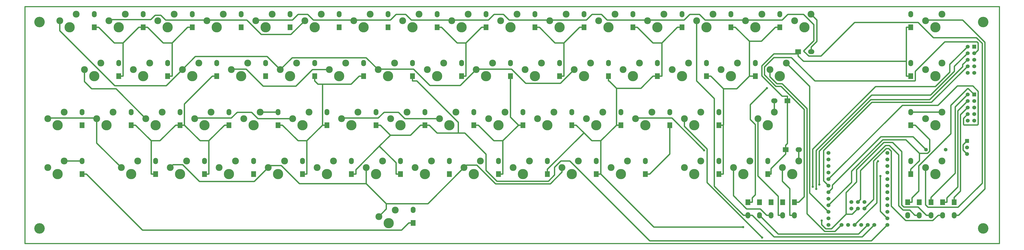
<source format=gbl>
G04 (created by PCBNEW-RS274X (2012-01-19 BZR 3256)-stable) date 07/10/2012 23:19:39*
G01*
G70*
G90*
%MOIN*%
G04 Gerber Fmt 3.4, Leading zero omitted, Abs format*
%FSLAX34Y34*%
G04 APERTURE LIST*
%ADD10C,0.006000*%
%ADD11C,0.015000*%
%ADD12C,0.060000*%
%ADD13C,0.055000*%
%ADD14R,0.060000X0.060000*%
%ADD15O,0.075000X0.095000*%
%ADD16R,0.075000X0.085000*%
%ADD17O,0.095000X0.075000*%
%ADD18R,0.085000X0.075000*%
%ADD19C,0.160000*%
%ADD20C,0.105000*%
%ADD21C,0.157000*%
%ADD22C,0.035000*%
%ADD23C,0.019800*%
G04 APERTURE END LIST*
G54D10*
G54D11*
X07874Y-22047D02*
X07874Y-58268D01*
X156693Y-22047D02*
X07874Y-22047D01*
X156693Y-58268D02*
X156693Y-22047D01*
X07874Y-58268D02*
X156693Y-58268D01*
G54D12*
X134118Y-51921D03*
X134118Y-52921D03*
X135118Y-51921D03*
X135118Y-52921D03*
X136118Y-51921D03*
X136118Y-52921D03*
X133618Y-55421D03*
X134618Y-55421D03*
X132618Y-55421D03*
X135618Y-55421D03*
X136618Y-55421D03*
X137618Y-55421D03*
X130618Y-55421D03*
X139618Y-55421D03*
X130618Y-54421D03*
X130618Y-53421D03*
X130618Y-52421D03*
X130618Y-51421D03*
X130618Y-50421D03*
X130618Y-49421D03*
X130618Y-48421D03*
X130618Y-47421D03*
X130618Y-46421D03*
X130618Y-45421D03*
X130618Y-44421D03*
X139618Y-54421D03*
X139618Y-53421D03*
X139618Y-52421D03*
X139618Y-51421D03*
X139618Y-50421D03*
X139618Y-49421D03*
X139618Y-48421D03*
X139618Y-47421D03*
X139618Y-46421D03*
X139618Y-45421D03*
X139618Y-44421D03*
G54D13*
X148508Y-43917D03*
X145508Y-43917D03*
G54D14*
X152862Y-28177D03*
G54D12*
X151862Y-28177D03*
X152862Y-29177D03*
X151862Y-29177D03*
X152862Y-30177D03*
X151862Y-30177D03*
X152862Y-31177D03*
X151862Y-31177D03*
X152862Y-32177D03*
X151862Y-32177D03*
G54D14*
X152862Y-35500D03*
G54D12*
X151862Y-35500D03*
X152862Y-36500D03*
X151862Y-36500D03*
X152862Y-37500D03*
X151862Y-37500D03*
X152862Y-38500D03*
X151862Y-38500D03*
X152862Y-39500D03*
X151862Y-39500D03*
G54D14*
X151772Y-42602D03*
G54D12*
X151772Y-43602D03*
X151772Y-44602D03*
G54D15*
X25945Y-23213D03*
G54D16*
X25945Y-25213D03*
G54D15*
X27835Y-45654D03*
G54D16*
X27835Y-47654D03*
G54D15*
X31575Y-38173D03*
G54D16*
X31575Y-40173D03*
G54D15*
X46535Y-38173D03*
G54D16*
X46535Y-40173D03*
G54D15*
X61496Y-38173D03*
G54D16*
X61496Y-40173D03*
G54D15*
X76457Y-38173D03*
G54D16*
X76457Y-40173D03*
G54D15*
X91417Y-38173D03*
G54D16*
X91417Y-40173D03*
G54D15*
X106378Y-38173D03*
G54D16*
X106378Y-40173D03*
G54D17*
X126079Y-43917D03*
G54D18*
X124079Y-43917D03*
G54D15*
X16614Y-38173D03*
G54D16*
X16614Y-40173D03*
G54D15*
X22205Y-30693D03*
G54D16*
X22205Y-32693D03*
G54D15*
X42795Y-45654D03*
G54D16*
X42795Y-47654D03*
G54D15*
X57756Y-45654D03*
G54D16*
X57756Y-47654D03*
G54D15*
X72717Y-45654D03*
G54D16*
X72717Y-47654D03*
G54D15*
X87677Y-45654D03*
G54D16*
X87677Y-47654D03*
G54D15*
X102638Y-45654D03*
G54D16*
X102638Y-47654D03*
G54D15*
X121339Y-45654D03*
G54D16*
X121339Y-47654D03*
G54D15*
X67165Y-53134D03*
G54D16*
X67165Y-55134D03*
G54D15*
X118307Y-53953D03*
G54D16*
X118307Y-51953D03*
G54D17*
X122327Y-36437D03*
G54D18*
X124327Y-36437D03*
G54D15*
X111969Y-30693D03*
G54D16*
X111969Y-32693D03*
G54D15*
X97008Y-30693D03*
G54D16*
X97008Y-32693D03*
G54D15*
X82047Y-30693D03*
G54D16*
X82047Y-32693D03*
G54D15*
X67087Y-30693D03*
G54D16*
X67087Y-32693D03*
G54D15*
X52126Y-30693D03*
G54D16*
X52126Y-32693D03*
G54D15*
X37165Y-30693D03*
G54D16*
X37165Y-32693D03*
G54D15*
X18465Y-23213D03*
G54D16*
X18465Y-25213D03*
G54D17*
X127969Y-28937D03*
G54D18*
X125969Y-28937D03*
G54D15*
X115709Y-23213D03*
G54D16*
X115709Y-25213D03*
G54D15*
X100748Y-23213D03*
G54D16*
X100748Y-25213D03*
G54D15*
X85787Y-23213D03*
G54D16*
X85787Y-25213D03*
G54D15*
X70827Y-23213D03*
G54D16*
X70827Y-25213D03*
G54D15*
X55866Y-23213D03*
G54D16*
X55866Y-25213D03*
G54D15*
X40906Y-23213D03*
G54D16*
X40906Y-25213D03*
G54D15*
X35315Y-45654D03*
G54D16*
X35315Y-47654D03*
G54D15*
X24094Y-38173D03*
G54D16*
X24094Y-40173D03*
G54D15*
X143189Y-45654D03*
G54D16*
X143189Y-47654D03*
G54D15*
X123189Y-23213D03*
G54D16*
X123189Y-25213D03*
G54D15*
X108228Y-23213D03*
G54D16*
X108228Y-25213D03*
G54D15*
X93268Y-23213D03*
G54D16*
X93268Y-25213D03*
G54D15*
X78307Y-23213D03*
G54D16*
X78307Y-25213D03*
G54D15*
X63346Y-23213D03*
G54D16*
X63346Y-25213D03*
G54D15*
X48386Y-23213D03*
G54D16*
X48386Y-25213D03*
G54D15*
X33425Y-23213D03*
G54D16*
X33425Y-25213D03*
G54D15*
X143189Y-38173D03*
G54D16*
X143189Y-40173D03*
G54D15*
X119449Y-30693D03*
G54D16*
X119449Y-32693D03*
G54D15*
X104488Y-30693D03*
G54D16*
X104488Y-32693D03*
G54D15*
X89528Y-30693D03*
G54D16*
X89528Y-32693D03*
G54D15*
X74567Y-30693D03*
G54D16*
X74567Y-32693D03*
G54D15*
X59606Y-30693D03*
G54D16*
X59606Y-32693D03*
G54D15*
X44646Y-30693D03*
G54D16*
X44646Y-32693D03*
G54D15*
X50276Y-45654D03*
G54D16*
X50276Y-47654D03*
G54D15*
X65236Y-45654D03*
G54D16*
X65236Y-47654D03*
G54D15*
X80197Y-45654D03*
G54D16*
X80197Y-47654D03*
G54D15*
X95157Y-45654D03*
G54D16*
X95157Y-47654D03*
G54D15*
X113858Y-45654D03*
G54D16*
X113858Y-47654D03*
G54D15*
X143189Y-23213D03*
G54D16*
X143189Y-25213D03*
G54D15*
X16594Y-45654D03*
G54D16*
X16594Y-47654D03*
G54D15*
X39055Y-38173D03*
G54D16*
X39055Y-40173D03*
G54D15*
X54016Y-38173D03*
G54D16*
X54016Y-40173D03*
G54D15*
X68976Y-38173D03*
G54D16*
X68976Y-40173D03*
G54D15*
X83937Y-38173D03*
G54D16*
X83937Y-40173D03*
G54D15*
X98898Y-38173D03*
G54D16*
X98898Y-40173D03*
G54D15*
X113858Y-38173D03*
G54D16*
X113858Y-40173D03*
G54D15*
X143189Y-30693D03*
G54D16*
X143189Y-32693D03*
G54D15*
X29685Y-30693D03*
G54D16*
X29685Y-32693D03*
G54D19*
X10118Y-24417D03*
X10118Y-55937D03*
X154232Y-55937D03*
X154232Y-24417D03*
G54D15*
X125394Y-53953D03*
G54D16*
X125394Y-51953D03*
G54D15*
X142717Y-53953D03*
G54D16*
X142717Y-51953D03*
G54D15*
X144488Y-53953D03*
G54D16*
X144488Y-51953D03*
G54D15*
X123622Y-53953D03*
G54D16*
X123622Y-51953D03*
G54D15*
X121850Y-53953D03*
G54D16*
X121850Y-51953D03*
G54D15*
X120079Y-53953D03*
G54D16*
X120079Y-51953D03*
G54D15*
X146260Y-53953D03*
G54D16*
X146260Y-51953D03*
G54D15*
X148031Y-53953D03*
G54D16*
X148031Y-51953D03*
G54D15*
X149803Y-53953D03*
G54D16*
X149803Y-51953D03*
G54D20*
X23205Y-23217D03*
X20705Y-24217D03*
G54D21*
X22205Y-25217D03*
G54D20*
X38165Y-23217D03*
X35665Y-24217D03*
G54D21*
X37165Y-25217D03*
G54D20*
X53126Y-23217D03*
X50626Y-24217D03*
G54D21*
X52126Y-25217D03*
G54D20*
X68087Y-23217D03*
X65587Y-24217D03*
G54D21*
X67087Y-25217D03*
G54D20*
X83047Y-23217D03*
X80547Y-24217D03*
G54D21*
X82047Y-25217D03*
G54D20*
X98008Y-23217D03*
X95508Y-24217D03*
G54D21*
X97008Y-25217D03*
G54D20*
X112969Y-23217D03*
X110469Y-24217D03*
G54D21*
X111969Y-25217D03*
G54D20*
X127929Y-23217D03*
X125429Y-24217D03*
G54D21*
X126929Y-25217D03*
G54D20*
X15724Y-23217D03*
X13224Y-24217D03*
G54D21*
X14724Y-25217D03*
G54D20*
X34425Y-30697D03*
X31925Y-31697D03*
G54D21*
X33425Y-32697D03*
G54D20*
X49386Y-30697D03*
X46886Y-31697D03*
G54D21*
X48386Y-32697D03*
G54D20*
X64346Y-30697D03*
X61846Y-31697D03*
G54D21*
X63346Y-32697D03*
G54D20*
X79307Y-30697D03*
X76807Y-31697D03*
G54D21*
X78307Y-32697D03*
G54D20*
X94268Y-30697D03*
X91768Y-31697D03*
G54D21*
X93268Y-32697D03*
G54D20*
X109228Y-30697D03*
X106728Y-31697D03*
G54D21*
X108228Y-32697D03*
G54D20*
X122339Y-38177D03*
X119839Y-39177D03*
G54D21*
X121339Y-40177D03*
G54D20*
X19465Y-30697D03*
X16965Y-31697D03*
G54D21*
X18465Y-32697D03*
G54D20*
X28835Y-38177D03*
X26335Y-39177D03*
G54D21*
X27835Y-40177D03*
G54D20*
X43795Y-38177D03*
X41295Y-39177D03*
G54D21*
X42795Y-40177D03*
G54D20*
X58756Y-38177D03*
X56256Y-39177D03*
G54D21*
X57756Y-40177D03*
G54D20*
X73717Y-38177D03*
X71217Y-39177D03*
G54D21*
X72717Y-40177D03*
G54D20*
X88677Y-38177D03*
X86177Y-39177D03*
G54D21*
X87677Y-40177D03*
G54D20*
X103638Y-38177D03*
X101138Y-39177D03*
G54D21*
X102638Y-40177D03*
G54D20*
X126079Y-45657D03*
X123579Y-46657D03*
G54D21*
X125079Y-47657D03*
G54D20*
X13874Y-38177D03*
X11374Y-39177D03*
G54D21*
X12874Y-40177D03*
G54D20*
X25094Y-45657D03*
X22594Y-46657D03*
G54D21*
X24094Y-47657D03*
G54D20*
X40055Y-45657D03*
X37555Y-46657D03*
G54D21*
X39055Y-47657D03*
G54D20*
X55016Y-45657D03*
X52516Y-46657D03*
G54D21*
X54016Y-47657D03*
G54D20*
X69976Y-45657D03*
X67476Y-46657D03*
G54D21*
X68976Y-47657D03*
G54D20*
X84937Y-45657D03*
X82437Y-46657D03*
G54D21*
X83937Y-47657D03*
G54D20*
X99897Y-45657D03*
X97397Y-46657D03*
G54D21*
X98897Y-47657D03*
G54D20*
X118598Y-45657D03*
X116098Y-46657D03*
G54D21*
X117598Y-47657D03*
G54D20*
X64425Y-53138D03*
X61925Y-54138D03*
G54D21*
X63425Y-55138D03*
G54D20*
X32575Y-45657D03*
X30075Y-46657D03*
G54D21*
X31575Y-47657D03*
G54D20*
X47535Y-45657D03*
X45035Y-46657D03*
G54D21*
X46535Y-47657D03*
G54D20*
X62496Y-45657D03*
X59996Y-46657D03*
G54D21*
X61496Y-47657D03*
G54D20*
X77457Y-45657D03*
X74957Y-46657D03*
G54D21*
X76457Y-47657D03*
G54D20*
X92417Y-45657D03*
X89917Y-46657D03*
G54D21*
X91417Y-47657D03*
G54D20*
X111118Y-45657D03*
X108618Y-46657D03*
G54D21*
X110118Y-47657D03*
G54D20*
X147929Y-23217D03*
X145429Y-24217D03*
G54D21*
X146929Y-25217D03*
G54D20*
X13874Y-45657D03*
X11374Y-46657D03*
G54D21*
X12874Y-47657D03*
G54D20*
X36315Y-38177D03*
X33815Y-39177D03*
G54D21*
X35315Y-40177D03*
G54D20*
X51276Y-38177D03*
X48776Y-39177D03*
G54D21*
X50276Y-40177D03*
G54D20*
X66236Y-38177D03*
X63736Y-39177D03*
G54D21*
X65236Y-40177D03*
G54D20*
X81197Y-38177D03*
X78697Y-39177D03*
G54D21*
X80197Y-40177D03*
G54D20*
X96157Y-38177D03*
X93657Y-39177D03*
G54D21*
X95157Y-40177D03*
G54D20*
X111118Y-38177D03*
X108618Y-39177D03*
G54D21*
X110118Y-40177D03*
G54D20*
X147929Y-30697D03*
X145429Y-31697D03*
G54D21*
X146929Y-32697D03*
G54D20*
X26945Y-30697D03*
X24445Y-31697D03*
G54D21*
X25945Y-32697D03*
G54D20*
X41906Y-30697D03*
X39406Y-31697D03*
G54D21*
X40906Y-32697D03*
G54D20*
X56866Y-30697D03*
X54366Y-31697D03*
G54D21*
X55866Y-32697D03*
G54D20*
X71827Y-30697D03*
X69327Y-31697D03*
G54D21*
X70827Y-32697D03*
G54D20*
X86787Y-30697D03*
X84287Y-31697D03*
G54D21*
X85787Y-32697D03*
G54D20*
X101748Y-30697D03*
X99248Y-31697D03*
G54D21*
X100748Y-32697D03*
G54D20*
X116709Y-30697D03*
X114209Y-31697D03*
G54D21*
X115709Y-32697D03*
G54D20*
X147929Y-38177D03*
X145429Y-39177D03*
G54D21*
X146929Y-40177D03*
G54D20*
X30685Y-23217D03*
X28185Y-24217D03*
G54D21*
X29685Y-25217D03*
G54D20*
X45646Y-23217D03*
X43146Y-24217D03*
G54D21*
X44646Y-25217D03*
G54D20*
X60606Y-23217D03*
X58106Y-24217D03*
G54D21*
X59606Y-25217D03*
G54D20*
X75567Y-23217D03*
X73067Y-24217D03*
G54D21*
X74567Y-25217D03*
G54D20*
X90528Y-23217D03*
X88028Y-24217D03*
G54D21*
X89528Y-25217D03*
G54D20*
X105488Y-23217D03*
X102988Y-24217D03*
G54D21*
X104488Y-25217D03*
G54D20*
X120449Y-23217D03*
X117949Y-24217D03*
G54D21*
X119449Y-25217D03*
G54D20*
X147929Y-45657D03*
X145429Y-46657D03*
G54D21*
X146929Y-47657D03*
G54D20*
X21354Y-38177D03*
X18854Y-39177D03*
G54D21*
X20354Y-40177D03*
G54D20*
X124189Y-30697D03*
X121689Y-31697D03*
G54D21*
X123189Y-32697D03*
G54D22*
X129564Y-54741D03*
X111609Y-44009D03*
X120479Y-57361D03*
X138186Y-45698D03*
X138552Y-47943D03*
X117591Y-55759D03*
X121193Y-34521D03*
X128219Y-49576D03*
X128742Y-49905D03*
X129218Y-49261D03*
G54D23*
X35581Y-24133D02*
X35665Y-24217D01*
X29377Y-24133D02*
X35581Y-24133D01*
X28637Y-23393D02*
X29377Y-24133D01*
X27761Y-23393D02*
X28637Y-23393D01*
X27113Y-24041D02*
X27761Y-23393D01*
X20881Y-24041D02*
X27113Y-24041D01*
X20705Y-24217D02*
X20881Y-24041D01*
X35749Y-24133D02*
X35665Y-24217D01*
X41778Y-24133D02*
X35749Y-24133D01*
X43978Y-26333D02*
X41778Y-24133D01*
X48510Y-26333D02*
X43978Y-26333D01*
X50626Y-24217D02*
X48510Y-26333D01*
X118307Y-53953D02*
X117634Y-53953D01*
X118307Y-53953D02*
X118980Y-53953D01*
X135774Y-57265D02*
X137618Y-55421D01*
X122292Y-57265D02*
X135774Y-57265D01*
X118980Y-53953D02*
X122292Y-57265D01*
X110469Y-33404D02*
X110469Y-24217D01*
X113184Y-36119D02*
X110469Y-33404D01*
X113184Y-49503D02*
X113184Y-36119D01*
X117634Y-53953D02*
X113184Y-49503D01*
X130217Y-56032D02*
X131062Y-56032D01*
X69749Y-34134D02*
X67228Y-31613D01*
X82197Y-31613D02*
X76891Y-31613D01*
X139082Y-42810D02*
X140403Y-42810D01*
X133312Y-53782D02*
X133312Y-50472D01*
X31925Y-31697D02*
X29484Y-34138D01*
X60022Y-29873D02*
X48710Y-29873D01*
X129564Y-54741D02*
X129564Y-55379D01*
X76891Y-31613D02*
X76807Y-31697D01*
X133312Y-53782D02*
X134257Y-53782D01*
X141808Y-44215D02*
X141808Y-52396D01*
X44888Y-29699D02*
X33923Y-29699D01*
X76807Y-31697D02*
X74370Y-34134D01*
X67228Y-31613D02*
X61930Y-31613D01*
X61930Y-31613D02*
X61846Y-31697D01*
X91768Y-31697D02*
X89684Y-33781D01*
X134920Y-46972D02*
X139082Y-42810D01*
X123622Y-53953D02*
X122949Y-53953D01*
X13224Y-25745D02*
X13224Y-24217D01*
X129564Y-55379D02*
X130217Y-56032D01*
X140403Y-42810D02*
X141808Y-44215D01*
X134257Y-53782D02*
X135118Y-52921D01*
X74370Y-34134D02*
X69749Y-34134D01*
X33923Y-29699D02*
X31925Y-31697D01*
X29484Y-34138D02*
X21617Y-34138D01*
X48710Y-29873D02*
X46886Y-31697D01*
X21617Y-34138D02*
X13224Y-25745D01*
X146260Y-53953D02*
X145587Y-53953D01*
X144322Y-52688D02*
X145587Y-53953D01*
X119839Y-39177D02*
X119839Y-47936D01*
X46886Y-31697D02*
X44888Y-29699D01*
X122949Y-51046D02*
X122949Y-53953D01*
X89684Y-33781D02*
X84365Y-33781D01*
X133312Y-50472D02*
X134920Y-48864D01*
X142100Y-52688D02*
X144322Y-52688D01*
X131062Y-56032D02*
X133312Y-53782D01*
X84365Y-33781D02*
X82197Y-31613D01*
X141808Y-52396D02*
X142100Y-52688D01*
X119839Y-47936D02*
X122949Y-51046D01*
X61846Y-31697D02*
X60022Y-29873D01*
X134920Y-48864D02*
X134920Y-46972D01*
X71217Y-39177D02*
X65920Y-39177D01*
X65920Y-39177D02*
X64949Y-38206D01*
X16965Y-33519D02*
X16965Y-31697D01*
X18081Y-34635D02*
X16965Y-33519D01*
X21793Y-34635D02*
X18081Y-34635D01*
X62743Y-38206D02*
X61856Y-39093D01*
X26335Y-39177D02*
X21793Y-34635D01*
X141332Y-44711D02*
X141332Y-52481D01*
X139897Y-43276D02*
X141332Y-44711D01*
X139342Y-43276D02*
X139897Y-43276D01*
X135514Y-47104D02*
X139342Y-43276D01*
X135118Y-51921D02*
X135514Y-51525D01*
X135514Y-51525D02*
X135514Y-47104D01*
X141332Y-52481D02*
X142017Y-53166D01*
X142017Y-53166D02*
X143028Y-53166D01*
X143028Y-53166D02*
X143815Y-53953D01*
X144488Y-53953D02*
X143815Y-53953D01*
X111609Y-44009D02*
X106693Y-39093D01*
X101222Y-39093D02*
X101138Y-39177D01*
X106693Y-39093D02*
X101222Y-39093D01*
X56340Y-39093D02*
X56256Y-39177D01*
X64949Y-38206D02*
X62743Y-38206D01*
X61856Y-39093D02*
X56340Y-39093D01*
X123579Y-48754D02*
X123579Y-46657D01*
X124721Y-49896D02*
X123579Y-48754D01*
X124721Y-53953D02*
X124721Y-49896D01*
X125394Y-53953D02*
X124721Y-53953D01*
X121850Y-53953D02*
X121177Y-53953D01*
X116098Y-50965D02*
X118107Y-52974D01*
X118107Y-52974D02*
X120198Y-52974D01*
X120198Y-52974D02*
X121177Y-53953D01*
X137519Y-45667D02*
X139443Y-43743D01*
X139443Y-43743D02*
X139792Y-43743D01*
X139792Y-43743D02*
X140217Y-44168D01*
X140217Y-44168D02*
X140217Y-52551D01*
X140217Y-52551D02*
X142420Y-54754D01*
X142420Y-54754D02*
X146557Y-54754D01*
X146557Y-54754D02*
X147358Y-53953D01*
X136118Y-52921D02*
X137519Y-51520D01*
X137519Y-51520D02*
X137519Y-45667D01*
X116098Y-46657D02*
X116098Y-50965D01*
X18854Y-39177D02*
X18770Y-39093D01*
X18770Y-39093D02*
X11458Y-39093D01*
X11458Y-39093D02*
X11374Y-39177D01*
X22594Y-46657D02*
X18854Y-42917D01*
X18854Y-42917D02*
X18854Y-39177D01*
X148031Y-53953D02*
X147358Y-53953D01*
X154502Y-49927D02*
X154502Y-27534D01*
X150476Y-53953D02*
X154502Y-49927D01*
X76914Y-46279D02*
X79772Y-49137D01*
X135213Y-56826D02*
X136618Y-55421D01*
X122952Y-56826D02*
X135213Y-56826D01*
X120079Y-53953D02*
X122952Y-56826D01*
X89917Y-47368D02*
X89917Y-46657D01*
X88148Y-49137D02*
X89917Y-47368D01*
X79772Y-49137D02*
X88148Y-49137D01*
X74957Y-46657D02*
X69430Y-52184D01*
X75335Y-46279D02*
X76914Y-46279D01*
X74957Y-46657D02*
X75335Y-46279D01*
X154502Y-27534D02*
X151101Y-24133D01*
X63071Y-52992D02*
X61925Y-54138D01*
X45348Y-46344D02*
X45035Y-46657D01*
X34545Y-48792D02*
X31985Y-46232D01*
X69430Y-52184D02*
X63071Y-52184D01*
X63071Y-52184D02*
X63071Y-52992D01*
X30500Y-46232D02*
X30075Y-46657D01*
X31985Y-46232D02*
X30500Y-46232D01*
X42900Y-48792D02*
X34545Y-48792D01*
X45035Y-46657D02*
X42900Y-48792D01*
X47057Y-46344D02*
X45348Y-46344D01*
X49822Y-49109D02*
X47057Y-46344D01*
X59996Y-49109D02*
X49822Y-49109D01*
X63071Y-52184D02*
X59996Y-49109D01*
X59996Y-49109D02*
X59996Y-46657D01*
X149803Y-53953D02*
X150476Y-53953D01*
X145513Y-24133D02*
X145429Y-24217D01*
X151101Y-24133D02*
X145513Y-24133D01*
X48776Y-39177D02*
X43479Y-39177D01*
X120479Y-57361D02*
X112082Y-48964D01*
X43479Y-39177D02*
X42507Y-38205D01*
X39415Y-39093D02*
X33899Y-39093D01*
X112082Y-48964D02*
X112082Y-43813D01*
X112082Y-43813D02*
X108618Y-40349D01*
X42507Y-38205D02*
X40303Y-38205D01*
X33899Y-39093D02*
X33815Y-39177D01*
X40303Y-38205D02*
X39415Y-39093D01*
X108618Y-40349D02*
X108618Y-39177D01*
X51819Y-31697D02*
X49287Y-34229D01*
X138002Y-45882D02*
X138186Y-45698D01*
X138002Y-52037D02*
X138002Y-45882D01*
X134618Y-55421D02*
X138002Y-52037D01*
X49287Y-34229D02*
X44273Y-34229D01*
X44273Y-34229D02*
X41658Y-31614D01*
X41658Y-31614D02*
X39489Y-31614D01*
X39489Y-31614D02*
X39406Y-31697D01*
X54366Y-31697D02*
X51819Y-31697D01*
X129476Y-29632D02*
X127594Y-29632D01*
X102904Y-24133D02*
X96818Y-24133D01*
X73067Y-24217D02*
X72983Y-24133D01*
X102988Y-24217D02*
X102904Y-24133D01*
X128372Y-27298D02*
X128372Y-24825D01*
X95950Y-23265D02*
X94496Y-23265D01*
X94496Y-23265D02*
X93628Y-24133D01*
X93628Y-24133D02*
X88112Y-24133D01*
X103072Y-24133D02*
X102988Y-24217D01*
X123549Y-24133D02*
X118033Y-24133D01*
X118033Y-24133D02*
X117949Y-24217D01*
X117949Y-24217D02*
X117865Y-24133D01*
X117865Y-24133D02*
X111778Y-24133D01*
X111778Y-24133D02*
X110910Y-23265D01*
X110910Y-23265D02*
X109456Y-23265D01*
X109456Y-23265D02*
X108588Y-24133D01*
X108588Y-24133D02*
X103072Y-24133D01*
X127594Y-29632D02*
X126856Y-28894D01*
X145429Y-52343D02*
X145815Y-52729D01*
X145429Y-46657D02*
X145429Y-52343D01*
X51068Y-23265D02*
X49614Y-23265D01*
X88028Y-24217D02*
X87944Y-24133D01*
X58190Y-24133D02*
X58106Y-24217D01*
X63706Y-24133D02*
X58190Y-24133D01*
X64574Y-23265D02*
X63706Y-24133D01*
X66028Y-23265D02*
X64574Y-23265D01*
X66896Y-24133D02*
X66028Y-23265D01*
X72983Y-24133D02*
X66896Y-24133D01*
X49614Y-23265D02*
X48746Y-24133D01*
X48746Y-24133D02*
X43230Y-24133D01*
X43230Y-24133D02*
X43146Y-24217D01*
X144318Y-24489D02*
X134619Y-24489D01*
X126856Y-28894D02*
X126856Y-28814D01*
X126856Y-28814D02*
X128372Y-27298D01*
X88112Y-24133D02*
X88028Y-24217D01*
X126813Y-23266D02*
X124416Y-23266D01*
X124416Y-23266D02*
X123549Y-24133D01*
X128372Y-24825D02*
X126813Y-23266D01*
X96818Y-24133D02*
X95950Y-23265D01*
X146646Y-26817D02*
X144318Y-24489D01*
X153224Y-26817D02*
X146646Y-26817D01*
X154105Y-27698D02*
X153224Y-26817D01*
X154105Y-49044D02*
X154105Y-27698D01*
X150420Y-52729D02*
X154105Y-49044D01*
X145815Y-52729D02*
X150420Y-52729D01*
X134619Y-24489D02*
X129476Y-29632D01*
X87944Y-24133D02*
X81857Y-24133D01*
X81857Y-24133D02*
X80989Y-23265D01*
X51936Y-24133D02*
X51068Y-23265D01*
X79535Y-23265D02*
X78667Y-24133D01*
X78667Y-24133D02*
X73151Y-24133D01*
X80989Y-23265D02*
X79535Y-23265D01*
X58022Y-24133D02*
X51936Y-24133D01*
X73151Y-24133D02*
X73067Y-24217D01*
X58106Y-24217D02*
X58022Y-24133D01*
X131610Y-56429D02*
X132618Y-55421D01*
X130053Y-56429D02*
X131610Y-56429D01*
X127342Y-53718D02*
X130053Y-56429D01*
X127342Y-37639D02*
X127342Y-53718D01*
X123552Y-33849D02*
X127342Y-37639D01*
X122756Y-33849D02*
X123552Y-33849D01*
X121689Y-32782D02*
X122756Y-33849D01*
X121689Y-31697D02*
X121689Y-32782D01*
X16594Y-47654D02*
X17267Y-47654D01*
X25845Y-56232D02*
X17267Y-47654D01*
X65394Y-56232D02*
X25845Y-56232D01*
X33425Y-25213D02*
X32752Y-25213D01*
X21532Y-27607D02*
X19138Y-25213D01*
X30358Y-27607D02*
X32752Y-25213D01*
X30358Y-32693D02*
X30358Y-27607D01*
X30358Y-27607D02*
X29012Y-27607D01*
X29012Y-27607D02*
X26618Y-25213D01*
X22878Y-32693D02*
X22878Y-27607D01*
X25945Y-25213D02*
X26618Y-25213D01*
X66492Y-55134D02*
X65394Y-56232D01*
X29685Y-32693D02*
X30358Y-32693D01*
X67165Y-55134D02*
X66492Y-55134D01*
X22205Y-32693D02*
X22878Y-32693D01*
X25945Y-25213D02*
X25272Y-25213D01*
X18465Y-25213D02*
X19138Y-25213D01*
X22878Y-27607D02*
X21532Y-27607D01*
X22878Y-27607D02*
X25272Y-25213D01*
X35315Y-47654D02*
X35988Y-47654D01*
X39055Y-40173D02*
X38382Y-40173D01*
X34642Y-42567D02*
X32248Y-40173D01*
X35988Y-42567D02*
X34642Y-42567D01*
X35988Y-47654D02*
X35988Y-42567D01*
X35988Y-42567D02*
X38382Y-40173D01*
X24094Y-40173D02*
X24767Y-40173D01*
X30902Y-40173D02*
X28507Y-42568D01*
X27162Y-42568D02*
X27162Y-47654D01*
X24767Y-40173D02*
X27162Y-42568D01*
X27835Y-47654D02*
X27162Y-47654D01*
X28507Y-42568D02*
X27162Y-42568D01*
X31575Y-40173D02*
X30902Y-40173D01*
X32248Y-36937D02*
X32248Y-40173D01*
X36492Y-32693D02*
X32248Y-36937D01*
X31575Y-40173D02*
X32248Y-40173D01*
X37165Y-32693D02*
X36492Y-32693D01*
X58933Y-32693D02*
X57697Y-33929D01*
X52639Y-33929D02*
X52126Y-33416D01*
X53343Y-33929D02*
X52639Y-33929D01*
X139618Y-54421D02*
X138552Y-53355D01*
X138552Y-53355D02*
X138552Y-47943D01*
X57697Y-33929D02*
X53343Y-33929D01*
X52126Y-32693D02*
X52126Y-33416D01*
X50949Y-47654D02*
X50949Y-42567D01*
X50949Y-42567D02*
X53343Y-40173D01*
X53343Y-33929D02*
X53343Y-40173D01*
X50949Y-42567D02*
X49602Y-42567D01*
X50276Y-47654D02*
X50949Y-47654D01*
X49602Y-42567D02*
X47208Y-40173D01*
X59606Y-32693D02*
X58933Y-32693D01*
X46535Y-40173D02*
X47208Y-40173D01*
X54016Y-40173D02*
X53343Y-40173D01*
X75066Y-41373D02*
X74071Y-41373D01*
X69649Y-40173D02*
X70849Y-41373D01*
X78324Y-47093D02*
X78324Y-44631D01*
X78324Y-44631D02*
X75066Y-41373D01*
X87827Y-48740D02*
X79971Y-48740D01*
X79971Y-48740D02*
X78324Y-47093D01*
X88789Y-47778D02*
X87827Y-48740D01*
X70849Y-41373D02*
X74071Y-41373D01*
X103313Y-57869D02*
X91104Y-45660D01*
X137170Y-57869D02*
X103313Y-57869D01*
X139618Y-55421D02*
X137170Y-57869D01*
X67750Y-33416D02*
X67087Y-33416D01*
X74071Y-39737D02*
X67750Y-33416D01*
X74071Y-41373D02*
X74071Y-39737D01*
X64563Y-45933D02*
X62020Y-43390D01*
X64563Y-47654D02*
X64563Y-45933D01*
X58429Y-46981D02*
X62020Y-43390D01*
X58429Y-47654D02*
X58429Y-46981D01*
X75240Y-32693D02*
X75240Y-27607D01*
X68976Y-40173D02*
X68303Y-40173D01*
X70827Y-25213D02*
X71500Y-25213D01*
X61496Y-40173D02*
X62169Y-40173D01*
X68976Y-40173D02*
X69649Y-40173D01*
X63703Y-41707D02*
X62169Y-40173D01*
X57756Y-47654D02*
X58429Y-47654D01*
X74567Y-32693D02*
X75240Y-32693D01*
X78307Y-25213D02*
X77634Y-25213D01*
X73894Y-27607D02*
X71500Y-25213D01*
X75240Y-27607D02*
X73894Y-27607D01*
X75240Y-27607D02*
X77634Y-25213D01*
X62020Y-43390D02*
X63703Y-41707D01*
X65236Y-47654D02*
X64563Y-47654D01*
X66769Y-41707D02*
X68303Y-40173D01*
X63703Y-41707D02*
X66769Y-41707D01*
X67087Y-32693D02*
X67087Y-33416D01*
X88789Y-46612D02*
X88789Y-47778D01*
X89741Y-45660D02*
X88789Y-46612D01*
X91104Y-45660D02*
X89741Y-45660D01*
X83364Y-40173D02*
X83264Y-40173D01*
X80870Y-42567D02*
X79524Y-42567D01*
X82047Y-38956D02*
X83264Y-40173D01*
X82047Y-32693D02*
X82047Y-38956D01*
X83937Y-40173D02*
X83364Y-40173D01*
X90201Y-27607D02*
X92595Y-25213D01*
X90201Y-27607D02*
X88854Y-27607D01*
X90201Y-32693D02*
X90201Y-27607D01*
X79524Y-42567D02*
X77130Y-40173D01*
X88854Y-27607D02*
X86460Y-25213D01*
X93268Y-25213D02*
X92595Y-25213D01*
X89528Y-32693D02*
X90201Y-32693D01*
X80197Y-47654D02*
X80870Y-47654D01*
X76457Y-40173D02*
X77130Y-40173D01*
X80870Y-47654D02*
X80870Y-42567D01*
X80870Y-42567D02*
X83264Y-40173D01*
X85787Y-25213D02*
X86460Y-25213D01*
X95830Y-47654D02*
X95830Y-42568D01*
X103935Y-55759D02*
X95830Y-47654D01*
X93263Y-41345D02*
X92090Y-40173D01*
X98225Y-40173D02*
X98225Y-34547D01*
X94485Y-42568D02*
X93263Y-41345D01*
X87677Y-46931D02*
X93263Y-41345D01*
X95830Y-42568D02*
X98225Y-40173D01*
X87677Y-47654D02*
X87677Y-46931D01*
X98225Y-34547D02*
X101961Y-34547D01*
X101961Y-34547D02*
X103815Y-32693D01*
X97008Y-33416D02*
X97094Y-33416D01*
X95830Y-42568D02*
X94485Y-42568D01*
X97094Y-33416D02*
X98225Y-34547D01*
X95157Y-47654D02*
X95830Y-47654D01*
X98898Y-40173D02*
X98325Y-40173D01*
X104488Y-32693D02*
X105161Y-32693D01*
X108228Y-25213D02*
X107555Y-25213D01*
X117591Y-55759D02*
X103935Y-55759D01*
X103815Y-27607D02*
X101421Y-25213D01*
X105161Y-27607D02*
X103815Y-27607D01*
X105161Y-32693D02*
X105161Y-27607D01*
X105161Y-27607D02*
X107555Y-25213D01*
X104488Y-32693D02*
X103815Y-32693D01*
X97008Y-32693D02*
X97008Y-33416D01*
X91417Y-40173D02*
X92090Y-40173D01*
X98325Y-40173D02*
X98225Y-40173D01*
X100748Y-25213D02*
X101421Y-25213D01*
X116611Y-34620D02*
X118538Y-32693D01*
X118538Y-27369D02*
X116382Y-25213D01*
X120360Y-27369D02*
X118538Y-27369D01*
X114569Y-40135D02*
X114531Y-40173D01*
X122516Y-25213D02*
X120360Y-27369D01*
X118538Y-32693D02*
X118538Y-27369D01*
X114569Y-34620D02*
X114569Y-40135D01*
X114569Y-34620D02*
X116611Y-34620D01*
X118538Y-32693D02*
X118776Y-32693D01*
X112642Y-32693D02*
X114569Y-34620D01*
X106378Y-44587D02*
X103311Y-47654D01*
X111969Y-32693D02*
X112642Y-32693D01*
X102638Y-47654D02*
X103311Y-47654D01*
X113858Y-40173D02*
X114531Y-40173D01*
X106378Y-40173D02*
X106378Y-44587D01*
X115709Y-25213D02*
X116382Y-25213D01*
X123189Y-25213D02*
X122516Y-25213D01*
X114531Y-47654D02*
X114531Y-40173D01*
X113858Y-47654D02*
X114531Y-47654D01*
X119449Y-32693D02*
X118776Y-32693D01*
X125969Y-28937D02*
X125969Y-29273D01*
X124327Y-36437D02*
X124327Y-42996D01*
X134125Y-48914D02*
X130618Y-52421D01*
X143189Y-32693D02*
X142516Y-32693D01*
X138917Y-42412D02*
X134125Y-47204D01*
X121848Y-46821D02*
X124079Y-44590D01*
X144508Y-44490D02*
X142430Y-42412D01*
X121848Y-47654D02*
X121848Y-46821D01*
X144508Y-44490D02*
X144508Y-45612D01*
X142516Y-30435D02*
X142516Y-25213D01*
X142516Y-30435D02*
X126794Y-30435D01*
X125969Y-29273D02*
X125969Y-29610D01*
X124327Y-36437D02*
X124327Y-35764D01*
X123547Y-35764D02*
X124327Y-35764D01*
X120432Y-32649D02*
X123547Y-35764D01*
X120432Y-31107D02*
X120432Y-32649D01*
X122266Y-29273D02*
X120432Y-31107D01*
X125969Y-29273D02*
X122266Y-29273D01*
X124079Y-43917D02*
X124079Y-44590D01*
X134125Y-47204D02*
X134125Y-48914D01*
X124079Y-43917D02*
X124079Y-43244D01*
X142430Y-42412D02*
X138917Y-42412D01*
X124327Y-42996D02*
X124079Y-43244D01*
X126794Y-30435D02*
X125969Y-29610D01*
X121339Y-47654D02*
X121848Y-47654D01*
X142516Y-32693D02*
X142516Y-30435D01*
X143189Y-25213D02*
X142516Y-25213D01*
X144508Y-45612D02*
X143189Y-46931D01*
X143189Y-40173D02*
X143862Y-40173D01*
X143189Y-47654D02*
X143189Y-46931D01*
X146081Y-42392D02*
X143862Y-40173D01*
X146081Y-44154D02*
X146081Y-42392D01*
X145745Y-44490D02*
X146081Y-44154D01*
X144508Y-44490D02*
X145745Y-44490D01*
X124189Y-30697D02*
X127739Y-34247D01*
X127739Y-50542D02*
X130618Y-53421D01*
X127739Y-34247D02*
X127739Y-50542D01*
X147352Y-37139D02*
X150295Y-34196D01*
X130618Y-48421D02*
X141900Y-37139D01*
X141900Y-37139D02*
X147352Y-37139D01*
X150295Y-34196D02*
X152669Y-34196D01*
X152669Y-34196D02*
X153479Y-35006D01*
X153479Y-35006D02*
X153479Y-40042D01*
X153479Y-40042D02*
X153384Y-40137D01*
X153384Y-40137D02*
X151320Y-40137D01*
X151320Y-40137D02*
X151226Y-40043D01*
X151226Y-40043D02*
X151226Y-39136D01*
X151226Y-39136D02*
X151862Y-38500D01*
X146344Y-36695D02*
X151862Y-31177D01*
X137231Y-36695D02*
X146344Y-36695D01*
X129889Y-44037D02*
X137231Y-36695D01*
X129889Y-48692D02*
X129889Y-44037D01*
X130618Y-49421D02*
X129889Y-48692D01*
X126079Y-43917D02*
X126079Y-45657D01*
X147925Y-38173D02*
X147929Y-38177D01*
X143189Y-38173D02*
X147925Y-38173D01*
X13877Y-45654D02*
X13874Y-45657D01*
X16594Y-45654D02*
X13877Y-45654D01*
X43799Y-38173D02*
X43795Y-38177D01*
X46535Y-38173D02*
X43799Y-38173D01*
X122339Y-37122D02*
X122339Y-38177D01*
X122327Y-37110D02*
X122339Y-37122D01*
X122327Y-36437D02*
X122327Y-37110D01*
X128845Y-24133D02*
X127929Y-23217D01*
X128845Y-27388D02*
X128845Y-24133D01*
X127969Y-28264D02*
X128845Y-27388D01*
X127969Y-28937D02*
X127969Y-28264D01*
X130618Y-50421D02*
X131217Y-49822D01*
X131217Y-49822D02*
X131217Y-49353D01*
X131217Y-49353D02*
X138621Y-41949D01*
X143540Y-41949D02*
X145508Y-43917D01*
X138621Y-41949D02*
X143540Y-41949D01*
X149803Y-51953D02*
X149803Y-51230D01*
X150771Y-38591D02*
X151862Y-37500D01*
X150771Y-50262D02*
X150771Y-38591D01*
X149803Y-51230D02*
X150771Y-50262D01*
X150374Y-37988D02*
X151862Y-36500D01*
X150374Y-49610D02*
X150374Y-37988D01*
X148704Y-51280D02*
X150374Y-49610D01*
X148704Y-51953D02*
X148704Y-51280D01*
X148031Y-51953D02*
X148704Y-51953D01*
X146260Y-51953D02*
X146260Y-51230D01*
X149976Y-47514D02*
X146260Y-51230D01*
X149976Y-37386D02*
X149976Y-47514D01*
X151862Y-35500D02*
X149976Y-37386D01*
X142717Y-51953D02*
X143390Y-51953D01*
X151956Y-34594D02*
X152862Y-35500D01*
X151876Y-34594D02*
X151956Y-34594D01*
X149319Y-37151D02*
X151876Y-34594D01*
X149319Y-41477D02*
X149319Y-37151D01*
X144406Y-46390D02*
X149319Y-41477D01*
X144406Y-50264D02*
X144406Y-46390D01*
X143390Y-51280D02*
X144406Y-50264D01*
X143390Y-51953D02*
X143390Y-51280D01*
X118980Y-51953D02*
X118980Y-51280D01*
X118307Y-51953D02*
X118980Y-51953D01*
X118675Y-39318D02*
X118675Y-37039D01*
X119441Y-50819D02*
X119441Y-40084D01*
X118980Y-51280D02*
X119441Y-50819D01*
X119441Y-40084D02*
X118675Y-39318D01*
X118675Y-37039D02*
X121193Y-34521D01*
X126067Y-51953D02*
X126912Y-51108D01*
X126912Y-51108D02*
X126912Y-37770D01*
X126912Y-37770D02*
X123389Y-34247D01*
X123389Y-34247D02*
X122591Y-34247D01*
X122591Y-34247D02*
X120829Y-32485D01*
X120829Y-32485D02*
X120829Y-31271D01*
X120829Y-31271D02*
X122258Y-29842D01*
X153003Y-29177D02*
X152862Y-29177D01*
X153461Y-28719D02*
X153003Y-29177D01*
X122258Y-29842D02*
X124955Y-29842D01*
X124955Y-29842D02*
X128530Y-33417D01*
X125394Y-51953D02*
X126067Y-51953D01*
X128530Y-33417D02*
X143806Y-33417D01*
X143806Y-33417D02*
X143863Y-33360D01*
X143863Y-33360D02*
X143863Y-31962D01*
X143863Y-31962D02*
X148369Y-27456D01*
X148369Y-27456D02*
X153300Y-27456D01*
X153300Y-27456D02*
X153461Y-27617D01*
X153461Y-27617D02*
X153461Y-28719D01*
X149139Y-30900D02*
X149139Y-32088D01*
X149139Y-32088D02*
X146944Y-34283D01*
X146944Y-34283D02*
X137792Y-34283D01*
X137792Y-34283D02*
X128219Y-43856D01*
X128219Y-43856D02*
X128219Y-49576D01*
X151862Y-28177D02*
X149139Y-30900D01*
X128742Y-49905D02*
X128742Y-44060D01*
X137207Y-35595D02*
X146216Y-35595D01*
X146216Y-35595D02*
X149845Y-31966D01*
X149845Y-31966D02*
X149845Y-31194D01*
X149845Y-31194D02*
X151862Y-29177D01*
X128742Y-44060D02*
X137207Y-35595D01*
X137068Y-36297D02*
X129218Y-44147D01*
X146077Y-36297D02*
X137068Y-36297D01*
X151862Y-30177D02*
X151119Y-30920D01*
X129218Y-44147D02*
X129218Y-49261D01*
X151119Y-30920D02*
X151119Y-31255D01*
X151119Y-31255D02*
X146077Y-36297D01*
X151172Y-43202D02*
X151772Y-42602D01*
X151172Y-44002D02*
X151172Y-43202D01*
X151772Y-44602D02*
X151172Y-44002D01*
M02*

</source>
